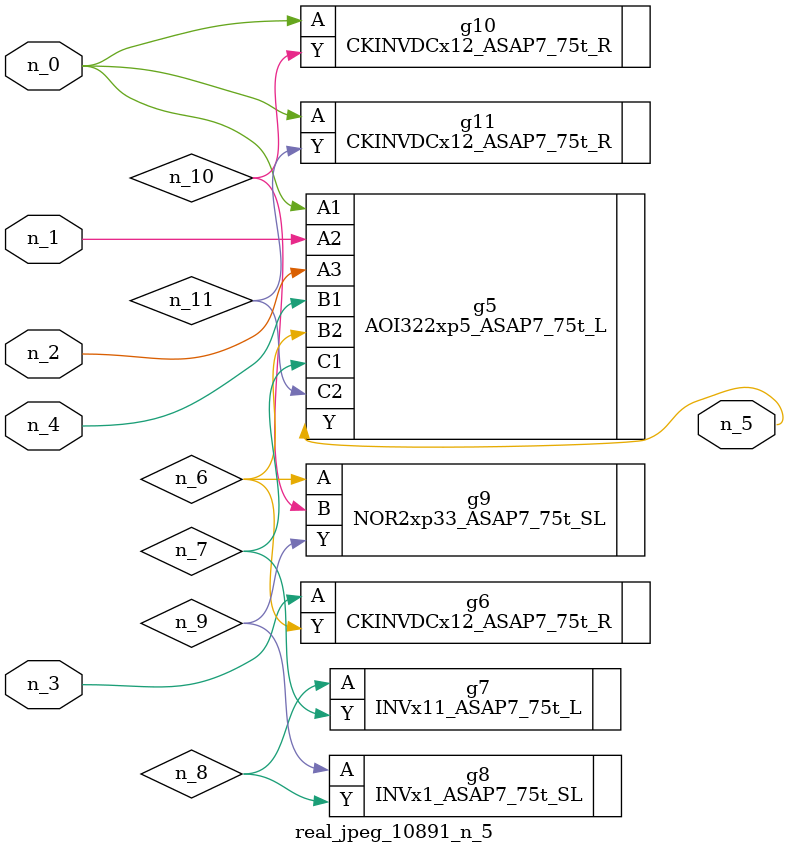
<source format=v>
module real_jpeg_10891_n_5 (n_4, n_0, n_1, n_2, n_3, n_5);

input n_4;
input n_0;
input n_1;
input n_2;
input n_3;

output n_5;

wire n_8;
wire n_11;
wire n_6;
wire n_7;
wire n_10;
wire n_9;

AOI322xp5_ASAP7_75t_L g5 ( 
.A1(n_0),
.A2(n_1),
.A3(n_2),
.B1(n_4),
.B2(n_6),
.C1(n_7),
.C2(n_11),
.Y(n_5)
);

CKINVDCx12_ASAP7_75t_R g10 ( 
.A(n_0),
.Y(n_10)
);

CKINVDCx12_ASAP7_75t_R g11 ( 
.A(n_0),
.Y(n_11)
);

CKINVDCx12_ASAP7_75t_R g6 ( 
.A(n_3),
.Y(n_6)
);

NOR2xp33_ASAP7_75t_SL g9 ( 
.A(n_6),
.B(n_10),
.Y(n_9)
);

INVx11_ASAP7_75t_L g7 ( 
.A(n_8),
.Y(n_7)
);

INVx1_ASAP7_75t_SL g8 ( 
.A(n_9),
.Y(n_8)
);


endmodule
</source>
